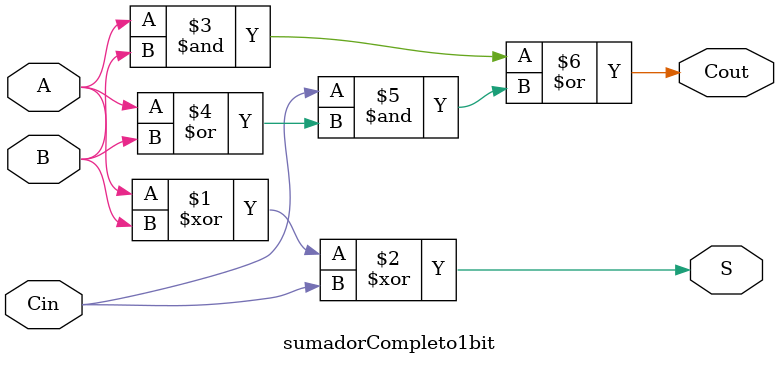
<source format=sv>


module sumadorCompleto1bit (
    input  logic A,    // Suma
    input  logic B,    // Suma
    input  logic Cin,  // Acarreo
    output logic S,    // Resultado
    output logic Cout  // Acarreo de salida
);

	// Salida S: (A xor B) xor C

	assign S = (A ^ B) ^ Cin;
	
	// Salida Cout: (A and B) or (Cin and (A or B))
	
	assign Cout = (A & B) | ( Cin & (A | B));
	
endmodule




</source>
